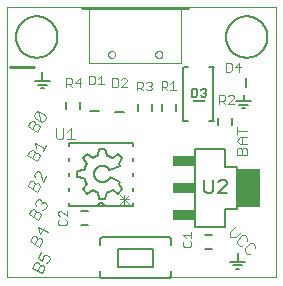
<source format=gto>
G75*
%MOIN*%
%OFA0B0*%
%FSLAX25Y25*%
%IPPOS*%
%LPD*%
%AMOC8*
5,1,8,0,0,1.08239X$1,22.5*
%
%ADD10C,0.00000*%
%ADD11C,0.00300*%
%ADD12C,0.00500*%
%ADD13C,0.01000*%
%ADD14C,0.00600*%
%ADD15R,0.03937X0.00787*%
%ADD16C,0.00800*%
%ADD17C,0.00400*%
%ADD18R,0.07300X0.12600*%
%ADD19R,0.07300X0.03400*%
D10*
X0007800Y0008726D02*
X0007800Y0098727D01*
X0097681Y0098727D01*
X0097681Y0008726D01*
X0007800Y0008726D01*
X0035256Y0079908D02*
X0035256Y0098412D01*
X0041555Y0082861D02*
X0041557Y0082930D01*
X0041563Y0082998D01*
X0041573Y0083066D01*
X0041587Y0083133D01*
X0041605Y0083200D01*
X0041626Y0083265D01*
X0041652Y0083329D01*
X0041681Y0083391D01*
X0041713Y0083451D01*
X0041749Y0083510D01*
X0041789Y0083566D01*
X0041831Y0083620D01*
X0041877Y0083671D01*
X0041926Y0083720D01*
X0041977Y0083766D01*
X0042031Y0083808D01*
X0042087Y0083848D01*
X0042145Y0083884D01*
X0042206Y0083916D01*
X0042268Y0083945D01*
X0042332Y0083971D01*
X0042397Y0083992D01*
X0042464Y0084010D01*
X0042531Y0084024D01*
X0042599Y0084034D01*
X0042667Y0084040D01*
X0042736Y0084042D01*
X0042805Y0084040D01*
X0042873Y0084034D01*
X0042941Y0084024D01*
X0043008Y0084010D01*
X0043075Y0083992D01*
X0043140Y0083971D01*
X0043204Y0083945D01*
X0043266Y0083916D01*
X0043326Y0083884D01*
X0043385Y0083848D01*
X0043441Y0083808D01*
X0043495Y0083766D01*
X0043546Y0083720D01*
X0043595Y0083671D01*
X0043641Y0083620D01*
X0043683Y0083566D01*
X0043723Y0083510D01*
X0043759Y0083451D01*
X0043791Y0083391D01*
X0043820Y0083329D01*
X0043846Y0083265D01*
X0043867Y0083200D01*
X0043885Y0083133D01*
X0043899Y0083066D01*
X0043909Y0082998D01*
X0043915Y0082930D01*
X0043917Y0082861D01*
X0043915Y0082792D01*
X0043909Y0082724D01*
X0043899Y0082656D01*
X0043885Y0082589D01*
X0043867Y0082522D01*
X0043846Y0082457D01*
X0043820Y0082393D01*
X0043791Y0082331D01*
X0043759Y0082270D01*
X0043723Y0082212D01*
X0043683Y0082156D01*
X0043641Y0082102D01*
X0043595Y0082051D01*
X0043546Y0082002D01*
X0043495Y0081956D01*
X0043441Y0081914D01*
X0043385Y0081874D01*
X0043327Y0081838D01*
X0043266Y0081806D01*
X0043204Y0081777D01*
X0043140Y0081751D01*
X0043075Y0081730D01*
X0043008Y0081712D01*
X0042941Y0081698D01*
X0042873Y0081688D01*
X0042805Y0081682D01*
X0042736Y0081680D01*
X0042667Y0081682D01*
X0042599Y0081688D01*
X0042531Y0081698D01*
X0042464Y0081712D01*
X0042397Y0081730D01*
X0042332Y0081751D01*
X0042268Y0081777D01*
X0042206Y0081806D01*
X0042145Y0081838D01*
X0042087Y0081874D01*
X0042031Y0081914D01*
X0041977Y0081956D01*
X0041926Y0082002D01*
X0041877Y0082051D01*
X0041831Y0082102D01*
X0041789Y0082156D01*
X0041749Y0082212D01*
X0041713Y0082270D01*
X0041681Y0082331D01*
X0041652Y0082393D01*
X0041626Y0082457D01*
X0041605Y0082522D01*
X0041587Y0082589D01*
X0041573Y0082656D01*
X0041563Y0082724D01*
X0041557Y0082792D01*
X0041555Y0082861D01*
X0035256Y0079908D02*
X0065964Y0079908D01*
X0065964Y0098412D01*
X0057303Y0082861D02*
X0057305Y0082930D01*
X0057311Y0082998D01*
X0057321Y0083066D01*
X0057335Y0083133D01*
X0057353Y0083200D01*
X0057374Y0083265D01*
X0057400Y0083329D01*
X0057429Y0083391D01*
X0057461Y0083451D01*
X0057497Y0083510D01*
X0057537Y0083566D01*
X0057579Y0083620D01*
X0057625Y0083671D01*
X0057674Y0083720D01*
X0057725Y0083766D01*
X0057779Y0083808D01*
X0057835Y0083848D01*
X0057893Y0083884D01*
X0057954Y0083916D01*
X0058016Y0083945D01*
X0058080Y0083971D01*
X0058145Y0083992D01*
X0058212Y0084010D01*
X0058279Y0084024D01*
X0058347Y0084034D01*
X0058415Y0084040D01*
X0058484Y0084042D01*
X0058553Y0084040D01*
X0058621Y0084034D01*
X0058689Y0084024D01*
X0058756Y0084010D01*
X0058823Y0083992D01*
X0058888Y0083971D01*
X0058952Y0083945D01*
X0059014Y0083916D01*
X0059074Y0083884D01*
X0059133Y0083848D01*
X0059189Y0083808D01*
X0059243Y0083766D01*
X0059294Y0083720D01*
X0059343Y0083671D01*
X0059389Y0083620D01*
X0059431Y0083566D01*
X0059471Y0083510D01*
X0059507Y0083451D01*
X0059539Y0083391D01*
X0059568Y0083329D01*
X0059594Y0083265D01*
X0059615Y0083200D01*
X0059633Y0083133D01*
X0059647Y0083066D01*
X0059657Y0082998D01*
X0059663Y0082930D01*
X0059665Y0082861D01*
X0059663Y0082792D01*
X0059657Y0082724D01*
X0059647Y0082656D01*
X0059633Y0082589D01*
X0059615Y0082522D01*
X0059594Y0082457D01*
X0059568Y0082393D01*
X0059539Y0082331D01*
X0059507Y0082270D01*
X0059471Y0082212D01*
X0059431Y0082156D01*
X0059389Y0082102D01*
X0059343Y0082051D01*
X0059294Y0082002D01*
X0059243Y0081956D01*
X0059189Y0081914D01*
X0059133Y0081874D01*
X0059075Y0081838D01*
X0059014Y0081806D01*
X0058952Y0081777D01*
X0058888Y0081751D01*
X0058823Y0081730D01*
X0058756Y0081712D01*
X0058689Y0081698D01*
X0058621Y0081688D01*
X0058553Y0081682D01*
X0058484Y0081680D01*
X0058415Y0081682D01*
X0058347Y0081688D01*
X0058279Y0081698D01*
X0058212Y0081712D01*
X0058145Y0081730D01*
X0058080Y0081751D01*
X0058016Y0081777D01*
X0057954Y0081806D01*
X0057893Y0081838D01*
X0057835Y0081874D01*
X0057779Y0081914D01*
X0057725Y0081956D01*
X0057674Y0082002D01*
X0057625Y0082051D01*
X0057579Y0082102D01*
X0057537Y0082156D01*
X0057497Y0082212D01*
X0057461Y0082270D01*
X0057429Y0082331D01*
X0057400Y0082393D01*
X0057374Y0082457D01*
X0057353Y0082522D01*
X0057335Y0082589D01*
X0057321Y0082656D01*
X0057311Y0082724D01*
X0057305Y0082792D01*
X0057303Y0082861D01*
D11*
X0059400Y0073978D02*
X0060851Y0073978D01*
X0061335Y0073495D01*
X0061335Y0072527D01*
X0060851Y0072043D01*
X0059400Y0072043D01*
X0059400Y0071076D02*
X0059400Y0073978D01*
X0060367Y0072043D02*
X0061335Y0071076D01*
X0062347Y0071076D02*
X0064281Y0071076D01*
X0063314Y0071076D02*
X0063314Y0073978D01*
X0062347Y0073011D01*
X0056081Y0072811D02*
X0055598Y0072327D01*
X0056081Y0071843D01*
X0056081Y0071360D01*
X0055598Y0070876D01*
X0054630Y0070876D01*
X0054147Y0071360D01*
X0053135Y0070876D02*
X0052167Y0071843D01*
X0052651Y0071843D02*
X0051200Y0071843D01*
X0051200Y0070876D02*
X0051200Y0073778D01*
X0052651Y0073778D01*
X0053135Y0073295D01*
X0053135Y0072327D01*
X0052651Y0071843D01*
X0054147Y0073295D02*
X0054630Y0073778D01*
X0055598Y0073778D01*
X0056081Y0073295D01*
X0056081Y0072811D01*
X0055598Y0072327D02*
X0055114Y0072327D01*
X0047838Y0071976D02*
X0045903Y0071976D01*
X0047838Y0073911D01*
X0047838Y0074395D01*
X0047355Y0074878D01*
X0046387Y0074878D01*
X0045903Y0074395D01*
X0044892Y0074395D02*
X0044408Y0074878D01*
X0042957Y0074878D01*
X0042957Y0071976D01*
X0044408Y0071976D01*
X0044892Y0072460D01*
X0044892Y0074395D01*
X0040131Y0072876D02*
X0038197Y0072876D01*
X0039164Y0072876D02*
X0039164Y0075778D01*
X0038197Y0074811D01*
X0037185Y0075295D02*
X0037185Y0073360D01*
X0036701Y0072876D01*
X0035250Y0072876D01*
X0035250Y0075778D01*
X0036701Y0075778D01*
X0037185Y0075295D01*
X0032538Y0073477D02*
X0030603Y0073477D01*
X0032055Y0074928D01*
X0032055Y0072026D01*
X0029592Y0072026D02*
X0028624Y0072993D01*
X0029108Y0072993D02*
X0027657Y0072993D01*
X0027657Y0072026D02*
X0027657Y0074928D01*
X0029108Y0074928D01*
X0029592Y0074445D01*
X0029592Y0073477D01*
X0029108Y0072993D01*
X0020498Y0062653D02*
X0020724Y0061810D01*
X0020107Y0060741D01*
X0019264Y0060515D01*
X0018360Y0063887D01*
X0020498Y0062653D01*
X0018360Y0063887D02*
X0017517Y0063661D01*
X0016900Y0062592D01*
X0017126Y0061749D01*
X0019264Y0060515D01*
X0018657Y0059463D02*
X0018122Y0059772D01*
X0017279Y0059546D01*
X0016353Y0057942D01*
X0017957Y0057017D02*
X0014750Y0058868D01*
X0015675Y0060472D01*
X0016519Y0060698D01*
X0017053Y0060389D01*
X0017279Y0059546D01*
X0018657Y0059463D02*
X0018882Y0058620D01*
X0017957Y0057017D01*
X0017137Y0053467D02*
X0020344Y0051615D01*
X0019727Y0050546D02*
X0020961Y0052684D01*
X0017589Y0051781D02*
X0017137Y0053467D01*
X0016447Y0051038D02*
X0016982Y0050729D01*
X0017208Y0049886D01*
X0016282Y0048282D01*
X0017885Y0047357D02*
X0014678Y0049208D01*
X0015604Y0050812D01*
X0016447Y0051038D01*
X0017208Y0049886D02*
X0018051Y0050112D01*
X0018585Y0049803D01*
X0018811Y0048960D01*
X0017885Y0047357D01*
X0018345Y0044010D02*
X0017502Y0043784D01*
X0016884Y0042715D01*
X0017110Y0041872D01*
X0016503Y0040820D02*
X0015660Y0040594D01*
X0014734Y0038991D01*
X0017941Y0037139D01*
X0018867Y0038743D01*
X0018641Y0039586D01*
X0018107Y0039894D01*
X0017264Y0039668D01*
X0016338Y0038065D01*
X0017264Y0039668D02*
X0017038Y0040512D01*
X0016503Y0040820D01*
X0019783Y0040329D02*
X0018879Y0043701D01*
X0018345Y0044010D01*
X0021017Y0042467D02*
X0019783Y0040329D01*
X0018688Y0034555D02*
X0017845Y0034329D01*
X0017228Y0033260D01*
X0017453Y0032417D01*
X0016846Y0031365D02*
X0017381Y0031057D01*
X0017607Y0030213D01*
X0016681Y0028610D01*
X0018284Y0027684D02*
X0019210Y0029288D01*
X0018984Y0030131D01*
X0018450Y0030439D01*
X0017607Y0030213D01*
X0016846Y0031365D02*
X0016003Y0031139D01*
X0015077Y0029536D01*
X0018284Y0027684D01*
X0018269Y0025463D02*
X0018947Y0022934D01*
X0020181Y0025072D01*
X0018269Y0025463D02*
X0021476Y0023611D01*
X0019409Y0021265D02*
X0019635Y0020422D01*
X0018709Y0018818D01*
X0015502Y0020670D01*
X0016428Y0022273D01*
X0017271Y0022499D01*
X0017805Y0022191D01*
X0018031Y0021348D01*
X0017105Y0019744D01*
X0018031Y0021348D02*
X0018874Y0021573D01*
X0019409Y0021265D01*
X0019319Y0017094D02*
X0018085Y0014956D01*
X0019689Y0014031D01*
X0019771Y0015408D01*
X0020080Y0015943D01*
X0020923Y0016169D01*
X0021992Y0015551D01*
X0022218Y0014708D01*
X0021601Y0013639D01*
X0020758Y0013413D01*
X0020150Y0012362D02*
X0020376Y0011519D01*
X0019450Y0009915D01*
X0016243Y0011767D01*
X0017169Y0013370D01*
X0018012Y0013596D01*
X0018547Y0013288D01*
X0018773Y0012444D01*
X0017847Y0010841D01*
X0018773Y0012444D02*
X0019616Y0012670D01*
X0020150Y0012362D01*
X0025411Y0025973D02*
X0027346Y0025973D01*
X0027830Y0026457D01*
X0027830Y0027424D01*
X0027346Y0027908D01*
X0027830Y0028919D02*
X0025895Y0030854D01*
X0025411Y0030854D01*
X0024928Y0030371D01*
X0024928Y0029403D01*
X0025411Y0028919D01*
X0025411Y0027908D02*
X0024928Y0027424D01*
X0024928Y0026457D01*
X0025411Y0025973D01*
X0027830Y0028919D02*
X0027830Y0030854D01*
X0021052Y0032477D02*
X0020435Y0031408D01*
X0019591Y0031182D01*
X0019140Y0032869D02*
X0019448Y0033403D01*
X0020291Y0033629D01*
X0020826Y0033320D01*
X0021052Y0032477D01*
X0019448Y0033403D02*
X0019222Y0034246D01*
X0018688Y0034555D01*
X0045414Y0034624D02*
X0048550Y0034624D01*
X0048550Y0036192D02*
X0045414Y0033056D01*
X0046982Y0033056D02*
X0046982Y0036192D01*
X0045414Y0036192D02*
X0048550Y0033056D01*
X0066434Y0022773D02*
X0069336Y0022773D01*
X0069336Y0021806D02*
X0069336Y0023741D01*
X0067401Y0021806D02*
X0066434Y0022773D01*
X0066918Y0020794D02*
X0066434Y0020311D01*
X0066434Y0019343D01*
X0066918Y0018859D01*
X0068853Y0018859D01*
X0069336Y0019343D01*
X0069336Y0020311D01*
X0068853Y0020794D01*
X0082361Y0022109D02*
X0084107Y0022109D01*
X0085853Y0023854D01*
X0086275Y0022559D02*
X0084529Y0020814D01*
X0084529Y0019941D01*
X0085402Y0019068D01*
X0086275Y0019068D01*
X0087134Y0018209D02*
X0087134Y0017336D01*
X0088006Y0016463D01*
X0088879Y0016463D01*
X0087134Y0018209D02*
X0088879Y0019955D01*
X0089752Y0019955D01*
X0090625Y0019082D01*
X0090625Y0018209D01*
X0088021Y0020814D02*
X0088021Y0021686D01*
X0087148Y0022559D01*
X0086275Y0022559D01*
X0084107Y0025600D02*
X0082361Y0023854D01*
X0082361Y0022109D01*
X0084418Y0049531D02*
X0084418Y0051233D01*
X0084986Y0051800D01*
X0085553Y0051800D01*
X0086120Y0051233D01*
X0086120Y0049531D01*
X0087821Y0049531D02*
X0084418Y0049531D01*
X0086120Y0051233D02*
X0086687Y0051800D01*
X0087254Y0051800D01*
X0087821Y0051233D01*
X0087821Y0049531D01*
X0087821Y0052938D02*
X0085553Y0052938D01*
X0084418Y0054072D01*
X0085553Y0055207D01*
X0087821Y0055207D01*
X0086120Y0055207D02*
X0086120Y0052938D01*
X0084418Y0056345D02*
X0084418Y0058614D01*
X0084418Y0057479D02*
X0087821Y0057479D01*
X0083512Y0066526D02*
X0081577Y0066526D01*
X0083512Y0068461D01*
X0083512Y0068945D01*
X0083028Y0069428D01*
X0082060Y0069428D01*
X0081577Y0068945D01*
X0080565Y0068945D02*
X0080565Y0067977D01*
X0080081Y0067493D01*
X0078630Y0067493D01*
X0078630Y0066526D02*
X0078630Y0069428D01*
X0080081Y0069428D01*
X0080565Y0068945D01*
X0079597Y0067493D02*
X0080565Y0066526D01*
X0080856Y0077164D02*
X0082307Y0077164D01*
X0082791Y0077648D01*
X0082791Y0079583D01*
X0082307Y0080067D01*
X0080856Y0080067D01*
X0080856Y0077164D01*
X0083802Y0078616D02*
X0085737Y0078616D01*
X0085253Y0080067D02*
X0085253Y0077164D01*
X0083802Y0078616D02*
X0085253Y0080067D01*
D12*
X0087494Y0074938D02*
X0087494Y0071938D01*
X0086750Y0069296D02*
X0086750Y0067296D01*
X0089250Y0067296D01*
X0088250Y0066096D02*
X0085250Y0066096D01*
X0084250Y0067296D02*
X0086750Y0067296D01*
X0087244Y0064882D02*
X0086244Y0064882D01*
X0076810Y0060836D02*
X0075310Y0060836D01*
X0068310Y0060836D02*
X0066810Y0060836D01*
X0066810Y0078836D02*
X0068310Y0078836D01*
X0075310Y0078836D02*
X0076810Y0078836D01*
X0046800Y0063726D02*
X0043800Y0063726D01*
X0038700Y0064126D02*
X0035700Y0064126D01*
X0022180Y0073946D02*
X0019680Y0073946D01*
X0019680Y0076946D01*
X0019680Y0073946D02*
X0017180Y0073946D01*
X0018180Y0072746D02*
X0021180Y0072746D01*
X0020174Y0071532D02*
X0019174Y0071532D01*
X0039873Y0022016D02*
X0061527Y0022016D01*
X0061527Y0022015D02*
X0061589Y0022013D01*
X0061650Y0022007D01*
X0061711Y0021998D01*
X0061772Y0021984D01*
X0061831Y0021967D01*
X0061889Y0021946D01*
X0061946Y0021921D01*
X0062001Y0021893D01*
X0062054Y0021862D01*
X0062105Y0021827D01*
X0062154Y0021789D01*
X0062201Y0021748D01*
X0062244Y0021705D01*
X0062285Y0021658D01*
X0062323Y0021609D01*
X0062358Y0021558D01*
X0062389Y0021505D01*
X0062417Y0021450D01*
X0062442Y0021393D01*
X0062463Y0021335D01*
X0062480Y0021276D01*
X0062494Y0021215D01*
X0062503Y0021154D01*
X0062509Y0021093D01*
X0062511Y0021031D01*
X0062511Y0019457D01*
X0056606Y0018079D02*
X0056606Y0012173D01*
X0044794Y0012173D01*
X0044794Y0018079D01*
X0056606Y0018079D01*
X0062511Y0010795D02*
X0062511Y0009220D01*
X0062498Y0009154D01*
X0062481Y0009089D01*
X0062461Y0009025D01*
X0062437Y0008962D01*
X0062410Y0008901D01*
X0062379Y0008841D01*
X0062346Y0008783D01*
X0062308Y0008727D01*
X0062268Y0008674D01*
X0062225Y0008622D01*
X0062179Y0008573D01*
X0062130Y0008527D01*
X0062079Y0008484D01*
X0062026Y0008443D01*
X0061970Y0008405D01*
X0061912Y0008371D01*
X0061853Y0008340D01*
X0061792Y0008313D01*
X0061729Y0008288D01*
X0061665Y0008268D01*
X0061600Y0008251D01*
X0061534Y0008238D01*
X0061468Y0008228D01*
X0061401Y0008222D01*
X0061334Y0008220D01*
X0061267Y0008222D01*
X0061200Y0008227D01*
X0061133Y0008236D01*
X0039873Y0008236D01*
X0039811Y0008238D01*
X0039750Y0008244D01*
X0039689Y0008253D01*
X0039628Y0008267D01*
X0039569Y0008284D01*
X0039511Y0008305D01*
X0039454Y0008330D01*
X0039399Y0008358D01*
X0039346Y0008389D01*
X0039295Y0008424D01*
X0039246Y0008462D01*
X0039199Y0008503D01*
X0039156Y0008546D01*
X0039115Y0008593D01*
X0039077Y0008642D01*
X0039042Y0008693D01*
X0039011Y0008746D01*
X0038983Y0008801D01*
X0038958Y0008858D01*
X0038937Y0008916D01*
X0038920Y0008975D01*
X0038906Y0009036D01*
X0038897Y0009097D01*
X0038891Y0009158D01*
X0038889Y0009220D01*
X0038889Y0010795D01*
X0038889Y0019457D02*
X0038889Y0021031D01*
X0038891Y0021093D01*
X0038897Y0021154D01*
X0038906Y0021215D01*
X0038920Y0021276D01*
X0038937Y0021335D01*
X0038958Y0021393D01*
X0038983Y0021450D01*
X0039011Y0021505D01*
X0039042Y0021558D01*
X0039077Y0021609D01*
X0039115Y0021658D01*
X0039156Y0021705D01*
X0039199Y0021748D01*
X0039246Y0021789D01*
X0039295Y0021827D01*
X0039346Y0021862D01*
X0039399Y0021893D01*
X0039454Y0021921D01*
X0039511Y0021946D01*
X0039569Y0021967D01*
X0039628Y0021984D01*
X0039689Y0021998D01*
X0039750Y0022007D01*
X0039811Y0022013D01*
X0039873Y0022015D01*
X0073700Y0037377D02*
X0074451Y0036626D01*
X0075952Y0036626D01*
X0076703Y0037377D01*
X0076703Y0041130D01*
X0078304Y0040379D02*
X0079055Y0041130D01*
X0080556Y0041130D01*
X0081306Y0040379D01*
X0081306Y0039629D01*
X0078304Y0036626D01*
X0081306Y0036626D01*
X0073700Y0037377D02*
X0073700Y0041130D01*
X0084824Y0016739D02*
X0084824Y0013739D01*
X0087324Y0013739D01*
X0086324Y0012539D02*
X0083324Y0012539D01*
X0082324Y0013739D02*
X0084824Y0013739D01*
X0085318Y0011325D02*
X0084318Y0011325D01*
D13*
X0016800Y0078726D02*
X0008800Y0078726D01*
X0032893Y0098215D02*
X0068327Y0098215D01*
D14*
X0066710Y0078861D02*
X0066710Y0060861D01*
X0064162Y0064045D02*
X0064162Y0066407D01*
X0059438Y0066407D02*
X0059438Y0064045D01*
X0056162Y0064045D02*
X0056162Y0066407D01*
X0051438Y0066407D02*
X0051438Y0064045D01*
X0049900Y0053226D02*
X0028700Y0053226D01*
X0028700Y0052226D01*
X0028700Y0048226D02*
X0028700Y0047226D01*
X0031300Y0044026D02*
X0033700Y0044526D01*
X0034400Y0046326D02*
X0033100Y0048326D01*
X0034500Y0049726D01*
X0036400Y0048326D01*
X0038300Y0049226D02*
X0038700Y0051426D01*
X0040700Y0051426D01*
X0041100Y0049226D01*
X0043100Y0048426D02*
X0044900Y0049726D01*
X0046300Y0048326D01*
X0045100Y0046526D01*
X0045500Y0045726D01*
X0042100Y0044326D01*
X0042100Y0041926D02*
X0045500Y0040426D01*
X0045100Y0039726D01*
X0046300Y0037926D01*
X0044900Y0036526D01*
X0043100Y0037726D01*
X0041100Y0036926D02*
X0040700Y0034726D01*
X0038700Y0034726D01*
X0038300Y0037026D01*
X0036400Y0037826D02*
X0034500Y0036526D01*
X0033100Y0037926D01*
X0034400Y0039826D01*
X0033700Y0041626D02*
X0031300Y0042126D01*
X0031300Y0044026D01*
X0028700Y0043226D02*
X0028700Y0042226D01*
X0028700Y0038226D02*
X0028700Y0037226D01*
X0028700Y0033226D02*
X0028700Y0032226D01*
X0038100Y0032226D01*
X0040500Y0032226D01*
X0049900Y0032226D01*
X0049900Y0033226D01*
X0049900Y0037226D02*
X0049900Y0038226D01*
X0049900Y0042226D02*
X0049900Y0043226D01*
X0049900Y0047226D02*
X0049900Y0048226D01*
X0049900Y0052226D02*
X0049900Y0053226D01*
X0038292Y0049244D02*
X0038149Y0049204D01*
X0038007Y0049161D01*
X0037866Y0049114D01*
X0037727Y0049063D01*
X0037589Y0049009D01*
X0037452Y0048952D01*
X0037316Y0048891D01*
X0037183Y0048827D01*
X0037050Y0048760D01*
X0036920Y0048690D01*
X0036791Y0048616D01*
X0036664Y0048539D01*
X0036539Y0048459D01*
X0036416Y0048376D01*
X0042100Y0044326D02*
X0042053Y0044418D01*
X0042002Y0044508D01*
X0041948Y0044596D01*
X0041891Y0044682D01*
X0041831Y0044765D01*
X0041767Y0044847D01*
X0041700Y0044925D01*
X0041631Y0045002D01*
X0041559Y0045075D01*
X0041483Y0045146D01*
X0041406Y0045214D01*
X0041325Y0045279D01*
X0041243Y0045341D01*
X0041158Y0045399D01*
X0041071Y0045455D01*
X0040982Y0045507D01*
X0040891Y0045555D01*
X0040798Y0045601D01*
X0040704Y0045642D01*
X0040608Y0045680D01*
X0040510Y0045715D01*
X0040412Y0045745D01*
X0040312Y0045772D01*
X0040212Y0045796D01*
X0040110Y0045815D01*
X0040008Y0045830D01*
X0039906Y0045842D01*
X0039803Y0045850D01*
X0039700Y0045854D01*
X0039596Y0045853D01*
X0039493Y0045849D01*
X0039390Y0045842D01*
X0039288Y0045830D01*
X0039186Y0045814D01*
X0039084Y0045795D01*
X0038984Y0045771D01*
X0038884Y0045744D01*
X0038786Y0045714D01*
X0038689Y0045679D01*
X0038593Y0045641D01*
X0038498Y0045599D01*
X0038406Y0045554D01*
X0038315Y0045505D01*
X0038226Y0045453D01*
X0038139Y0045397D01*
X0038054Y0045338D01*
X0037971Y0045276D01*
X0037891Y0045211D01*
X0037814Y0045143D01*
X0037739Y0045072D01*
X0037666Y0044999D01*
X0037597Y0044922D01*
X0037530Y0044843D01*
X0037467Y0044762D01*
X0037407Y0044678D01*
X0037350Y0044592D01*
X0037296Y0044504D01*
X0037245Y0044414D01*
X0037198Y0044322D01*
X0037155Y0044229D01*
X0037115Y0044134D01*
X0037079Y0044037D01*
X0037046Y0043939D01*
X0037017Y0043840D01*
X0036992Y0043740D01*
X0036971Y0043639D01*
X0036953Y0043537D01*
X0036940Y0043435D01*
X0036930Y0043332D01*
X0036924Y0043229D01*
X0036922Y0043126D01*
X0036924Y0043023D01*
X0036930Y0042920D01*
X0036940Y0042817D01*
X0036953Y0042715D01*
X0036971Y0042613D01*
X0036992Y0042512D01*
X0037017Y0042412D01*
X0037046Y0042313D01*
X0037079Y0042215D01*
X0037115Y0042118D01*
X0037155Y0042023D01*
X0037198Y0041930D01*
X0037245Y0041838D01*
X0037296Y0041748D01*
X0037350Y0041660D01*
X0037407Y0041574D01*
X0037467Y0041490D01*
X0037530Y0041409D01*
X0037597Y0041330D01*
X0037666Y0041253D01*
X0037739Y0041180D01*
X0037814Y0041109D01*
X0037891Y0041041D01*
X0037971Y0040976D01*
X0038054Y0040914D01*
X0038139Y0040855D01*
X0038226Y0040799D01*
X0038315Y0040747D01*
X0038406Y0040698D01*
X0038498Y0040653D01*
X0038593Y0040611D01*
X0038689Y0040573D01*
X0038786Y0040538D01*
X0038884Y0040508D01*
X0038984Y0040481D01*
X0039084Y0040457D01*
X0039186Y0040438D01*
X0039288Y0040422D01*
X0039390Y0040410D01*
X0039493Y0040403D01*
X0039596Y0040399D01*
X0039700Y0040398D01*
X0039803Y0040402D01*
X0039906Y0040410D01*
X0040008Y0040422D01*
X0040110Y0040437D01*
X0040212Y0040456D01*
X0040312Y0040480D01*
X0040412Y0040507D01*
X0040510Y0040537D01*
X0040608Y0040572D01*
X0040704Y0040610D01*
X0040798Y0040651D01*
X0040891Y0040697D01*
X0040982Y0040745D01*
X0041071Y0040797D01*
X0041158Y0040853D01*
X0041243Y0040911D01*
X0041325Y0040973D01*
X0041406Y0041038D01*
X0041483Y0041106D01*
X0041559Y0041177D01*
X0041631Y0041250D01*
X0041700Y0041327D01*
X0041767Y0041405D01*
X0041831Y0041487D01*
X0041891Y0041570D01*
X0041948Y0041656D01*
X0042002Y0041744D01*
X0042053Y0041834D01*
X0042100Y0041926D01*
X0034442Y0039850D02*
X0034369Y0039977D01*
X0034298Y0040106D01*
X0034230Y0040236D01*
X0034166Y0040368D01*
X0034104Y0040502D01*
X0034046Y0040637D01*
X0033991Y0040773D01*
X0033939Y0040911D01*
X0033890Y0041049D01*
X0033845Y0041189D01*
X0033802Y0041330D01*
X0033764Y0041472D01*
X0033728Y0041614D01*
X0041260Y0036952D02*
X0041406Y0036993D01*
X0041551Y0037037D01*
X0041694Y0037084D01*
X0041837Y0037136D01*
X0041978Y0037190D01*
X0042118Y0037249D01*
X0042257Y0037310D01*
X0042394Y0037375D01*
X0042529Y0037444D01*
X0042662Y0037515D01*
X0042794Y0037590D01*
X0042924Y0037669D01*
X0043052Y0037750D01*
X0038278Y0037008D02*
X0038126Y0037049D01*
X0037974Y0037093D01*
X0037823Y0037141D01*
X0037674Y0037192D01*
X0037526Y0037248D01*
X0037380Y0037307D01*
X0037235Y0037370D01*
X0037091Y0037436D01*
X0036950Y0037506D01*
X0036810Y0037579D01*
X0036672Y0037656D01*
X0036536Y0037737D01*
X0036402Y0037821D01*
X0041092Y0049216D02*
X0041242Y0049182D01*
X0041391Y0049145D01*
X0041539Y0049103D01*
X0041686Y0049059D01*
X0041832Y0049010D01*
X0041977Y0048958D01*
X0042120Y0048903D01*
X0042262Y0048844D01*
X0042403Y0048781D01*
X0042542Y0048715D01*
X0042679Y0048646D01*
X0042814Y0048573D01*
X0042948Y0048497D01*
X0043080Y0048418D01*
X0034400Y0046318D02*
X0034326Y0046189D01*
X0034254Y0046058D01*
X0034186Y0045925D01*
X0034121Y0045791D01*
X0034060Y0045656D01*
X0034001Y0045519D01*
X0033946Y0045380D01*
X0033894Y0045241D01*
X0033846Y0045100D01*
X0033801Y0044958D01*
X0033759Y0044815D01*
X0033721Y0044671D01*
X0033686Y0044526D01*
X0038100Y0032226D02*
X0038102Y0032295D01*
X0038108Y0032363D01*
X0038118Y0032431D01*
X0038131Y0032498D01*
X0038149Y0032564D01*
X0038170Y0032629D01*
X0038195Y0032693D01*
X0038223Y0032755D01*
X0038255Y0032816D01*
X0038290Y0032875D01*
X0038329Y0032931D01*
X0038371Y0032986D01*
X0038416Y0033037D01*
X0038464Y0033087D01*
X0038514Y0033133D01*
X0038567Y0033176D01*
X0038623Y0033217D01*
X0038680Y0033254D01*
X0038740Y0033287D01*
X0038802Y0033318D01*
X0038865Y0033344D01*
X0038929Y0033367D01*
X0038995Y0033387D01*
X0039062Y0033402D01*
X0039129Y0033414D01*
X0039197Y0033422D01*
X0039266Y0033426D01*
X0039334Y0033426D01*
X0039403Y0033422D01*
X0039471Y0033414D01*
X0039538Y0033402D01*
X0039605Y0033387D01*
X0039671Y0033367D01*
X0039735Y0033344D01*
X0039798Y0033318D01*
X0039860Y0033287D01*
X0039920Y0033254D01*
X0039977Y0033217D01*
X0040033Y0033176D01*
X0040086Y0033133D01*
X0040136Y0033087D01*
X0040184Y0033037D01*
X0040229Y0032986D01*
X0040271Y0032931D01*
X0040310Y0032875D01*
X0040345Y0032816D01*
X0040377Y0032755D01*
X0040405Y0032693D01*
X0040430Y0032629D01*
X0040451Y0032564D01*
X0040469Y0032498D01*
X0040482Y0032431D01*
X0040492Y0032363D01*
X0040498Y0032295D01*
X0040500Y0032226D01*
X0040498Y0032295D01*
X0040492Y0032363D01*
X0040482Y0032431D01*
X0040469Y0032498D01*
X0040451Y0032564D01*
X0040430Y0032629D01*
X0040405Y0032693D01*
X0040377Y0032755D01*
X0040345Y0032816D01*
X0040310Y0032875D01*
X0040271Y0032931D01*
X0040229Y0032986D01*
X0040184Y0033037D01*
X0040136Y0033087D01*
X0040086Y0033133D01*
X0040033Y0033176D01*
X0039977Y0033217D01*
X0039920Y0033254D01*
X0039860Y0033287D01*
X0039798Y0033318D01*
X0039735Y0033344D01*
X0039671Y0033367D01*
X0039605Y0033387D01*
X0039538Y0033402D01*
X0039471Y0033414D01*
X0039403Y0033422D01*
X0039334Y0033426D01*
X0039266Y0033426D01*
X0039197Y0033422D01*
X0039129Y0033414D01*
X0039062Y0033402D01*
X0038995Y0033387D01*
X0038929Y0033367D01*
X0038865Y0033344D01*
X0038802Y0033318D01*
X0038740Y0033287D01*
X0038680Y0033254D01*
X0038623Y0033217D01*
X0038567Y0033176D01*
X0038514Y0033133D01*
X0038464Y0033087D01*
X0038416Y0033037D01*
X0038371Y0032986D01*
X0038329Y0032931D01*
X0038290Y0032875D01*
X0038255Y0032816D01*
X0038223Y0032755D01*
X0038195Y0032693D01*
X0038170Y0032629D01*
X0038149Y0032564D01*
X0038131Y0032498D01*
X0038118Y0032431D01*
X0038108Y0032363D01*
X0038102Y0032295D01*
X0038100Y0032226D01*
X0034871Y0030728D02*
X0032509Y0030728D01*
X0032509Y0026004D02*
X0034871Y0026004D01*
X0070700Y0025424D02*
X0070700Y0051228D01*
X0077936Y0051239D01*
X0080448Y0051239D01*
X0080456Y0045413D01*
X0084700Y0045413D01*
X0084708Y0045413D02*
X0084700Y0031330D01*
X0084700Y0031239D01*
X0080456Y0031239D01*
X0080456Y0025413D01*
X0079354Y0025413D01*
X0070700Y0025424D01*
X0073995Y0022852D02*
X0076358Y0022852D01*
X0076358Y0018127D02*
X0073995Y0018127D01*
X0078068Y0059495D02*
X0078068Y0061857D01*
X0076710Y0060861D02*
X0076710Y0078861D01*
X0073825Y0071431D02*
X0074259Y0070997D01*
X0074259Y0070564D01*
X0073825Y0070130D01*
X0074259Y0069696D01*
X0074259Y0069263D01*
X0073825Y0068829D01*
X0072958Y0068829D01*
X0072524Y0069263D01*
X0071312Y0069263D02*
X0071312Y0070997D01*
X0070879Y0071431D01*
X0069578Y0071431D01*
X0069578Y0068829D01*
X0070879Y0068829D01*
X0071312Y0069263D01*
X0072524Y0070997D02*
X0072958Y0071431D01*
X0073825Y0071431D01*
X0073825Y0070130D02*
X0073392Y0070130D01*
X0082792Y0061857D02*
X0082792Y0059495D01*
X0032162Y0064545D02*
X0032162Y0066907D01*
X0027438Y0066907D02*
X0027438Y0064545D01*
D15*
X0071810Y0067258D03*
D16*
X0080910Y0088726D02*
X0080912Y0088895D01*
X0080918Y0089064D01*
X0080929Y0089233D01*
X0080943Y0089401D01*
X0080962Y0089569D01*
X0080985Y0089737D01*
X0081011Y0089904D01*
X0081042Y0090070D01*
X0081077Y0090236D01*
X0081116Y0090400D01*
X0081160Y0090564D01*
X0081207Y0090726D01*
X0081258Y0090887D01*
X0081313Y0091047D01*
X0081372Y0091206D01*
X0081434Y0091363D01*
X0081501Y0091518D01*
X0081572Y0091672D01*
X0081646Y0091824D01*
X0081724Y0091974D01*
X0081805Y0092122D01*
X0081890Y0092268D01*
X0081979Y0092412D01*
X0082071Y0092554D01*
X0082167Y0092693D01*
X0082266Y0092830D01*
X0082368Y0092965D01*
X0082474Y0093097D01*
X0082583Y0093226D01*
X0082695Y0093353D01*
X0082810Y0093477D01*
X0082928Y0093598D01*
X0083049Y0093716D01*
X0083173Y0093831D01*
X0083300Y0093943D01*
X0083429Y0094052D01*
X0083561Y0094158D01*
X0083696Y0094260D01*
X0083833Y0094359D01*
X0083972Y0094455D01*
X0084114Y0094547D01*
X0084258Y0094636D01*
X0084404Y0094721D01*
X0084552Y0094802D01*
X0084702Y0094880D01*
X0084854Y0094954D01*
X0085008Y0095025D01*
X0085163Y0095092D01*
X0085320Y0095154D01*
X0085479Y0095213D01*
X0085639Y0095268D01*
X0085800Y0095319D01*
X0085962Y0095366D01*
X0086126Y0095410D01*
X0086290Y0095449D01*
X0086456Y0095484D01*
X0086622Y0095515D01*
X0086789Y0095541D01*
X0086957Y0095564D01*
X0087125Y0095583D01*
X0087293Y0095597D01*
X0087462Y0095608D01*
X0087631Y0095614D01*
X0087800Y0095616D01*
X0087969Y0095614D01*
X0088138Y0095608D01*
X0088307Y0095597D01*
X0088475Y0095583D01*
X0088643Y0095564D01*
X0088811Y0095541D01*
X0088978Y0095515D01*
X0089144Y0095484D01*
X0089310Y0095449D01*
X0089474Y0095410D01*
X0089638Y0095366D01*
X0089800Y0095319D01*
X0089961Y0095268D01*
X0090121Y0095213D01*
X0090280Y0095154D01*
X0090437Y0095092D01*
X0090592Y0095025D01*
X0090746Y0094954D01*
X0090898Y0094880D01*
X0091048Y0094802D01*
X0091196Y0094721D01*
X0091342Y0094636D01*
X0091486Y0094547D01*
X0091628Y0094455D01*
X0091767Y0094359D01*
X0091904Y0094260D01*
X0092039Y0094158D01*
X0092171Y0094052D01*
X0092300Y0093943D01*
X0092427Y0093831D01*
X0092551Y0093716D01*
X0092672Y0093598D01*
X0092790Y0093477D01*
X0092905Y0093353D01*
X0093017Y0093226D01*
X0093126Y0093097D01*
X0093232Y0092965D01*
X0093334Y0092830D01*
X0093433Y0092693D01*
X0093529Y0092554D01*
X0093621Y0092412D01*
X0093710Y0092268D01*
X0093795Y0092122D01*
X0093876Y0091974D01*
X0093954Y0091824D01*
X0094028Y0091672D01*
X0094099Y0091518D01*
X0094166Y0091363D01*
X0094228Y0091206D01*
X0094287Y0091047D01*
X0094342Y0090887D01*
X0094393Y0090726D01*
X0094440Y0090564D01*
X0094484Y0090400D01*
X0094523Y0090236D01*
X0094558Y0090070D01*
X0094589Y0089904D01*
X0094615Y0089737D01*
X0094638Y0089569D01*
X0094657Y0089401D01*
X0094671Y0089233D01*
X0094682Y0089064D01*
X0094688Y0088895D01*
X0094690Y0088726D01*
X0094688Y0088557D01*
X0094682Y0088388D01*
X0094671Y0088219D01*
X0094657Y0088051D01*
X0094638Y0087883D01*
X0094615Y0087715D01*
X0094589Y0087548D01*
X0094558Y0087382D01*
X0094523Y0087216D01*
X0094484Y0087052D01*
X0094440Y0086888D01*
X0094393Y0086726D01*
X0094342Y0086565D01*
X0094287Y0086405D01*
X0094228Y0086246D01*
X0094166Y0086089D01*
X0094099Y0085934D01*
X0094028Y0085780D01*
X0093954Y0085628D01*
X0093876Y0085478D01*
X0093795Y0085330D01*
X0093710Y0085184D01*
X0093621Y0085040D01*
X0093529Y0084898D01*
X0093433Y0084759D01*
X0093334Y0084622D01*
X0093232Y0084487D01*
X0093126Y0084355D01*
X0093017Y0084226D01*
X0092905Y0084099D01*
X0092790Y0083975D01*
X0092672Y0083854D01*
X0092551Y0083736D01*
X0092427Y0083621D01*
X0092300Y0083509D01*
X0092171Y0083400D01*
X0092039Y0083294D01*
X0091904Y0083192D01*
X0091767Y0083093D01*
X0091628Y0082997D01*
X0091486Y0082905D01*
X0091342Y0082816D01*
X0091196Y0082731D01*
X0091048Y0082650D01*
X0090898Y0082572D01*
X0090746Y0082498D01*
X0090592Y0082427D01*
X0090437Y0082360D01*
X0090280Y0082298D01*
X0090121Y0082239D01*
X0089961Y0082184D01*
X0089800Y0082133D01*
X0089638Y0082086D01*
X0089474Y0082042D01*
X0089310Y0082003D01*
X0089144Y0081968D01*
X0088978Y0081937D01*
X0088811Y0081911D01*
X0088643Y0081888D01*
X0088475Y0081869D01*
X0088307Y0081855D01*
X0088138Y0081844D01*
X0087969Y0081838D01*
X0087800Y0081836D01*
X0087631Y0081838D01*
X0087462Y0081844D01*
X0087293Y0081855D01*
X0087125Y0081869D01*
X0086957Y0081888D01*
X0086789Y0081911D01*
X0086622Y0081937D01*
X0086456Y0081968D01*
X0086290Y0082003D01*
X0086126Y0082042D01*
X0085962Y0082086D01*
X0085800Y0082133D01*
X0085639Y0082184D01*
X0085479Y0082239D01*
X0085320Y0082298D01*
X0085163Y0082360D01*
X0085008Y0082427D01*
X0084854Y0082498D01*
X0084702Y0082572D01*
X0084552Y0082650D01*
X0084404Y0082731D01*
X0084258Y0082816D01*
X0084114Y0082905D01*
X0083972Y0082997D01*
X0083833Y0083093D01*
X0083696Y0083192D01*
X0083561Y0083294D01*
X0083429Y0083400D01*
X0083300Y0083509D01*
X0083173Y0083621D01*
X0083049Y0083736D01*
X0082928Y0083854D01*
X0082810Y0083975D01*
X0082695Y0084099D01*
X0082583Y0084226D01*
X0082474Y0084355D01*
X0082368Y0084487D01*
X0082266Y0084622D01*
X0082167Y0084759D01*
X0082071Y0084898D01*
X0081979Y0085040D01*
X0081890Y0085184D01*
X0081805Y0085330D01*
X0081724Y0085478D01*
X0081646Y0085628D01*
X0081572Y0085780D01*
X0081501Y0085934D01*
X0081434Y0086089D01*
X0081372Y0086246D01*
X0081313Y0086405D01*
X0081258Y0086565D01*
X0081207Y0086726D01*
X0081160Y0086888D01*
X0081116Y0087052D01*
X0081077Y0087216D01*
X0081042Y0087382D01*
X0081011Y0087548D01*
X0080985Y0087715D01*
X0080962Y0087883D01*
X0080943Y0088051D01*
X0080929Y0088219D01*
X0080918Y0088388D01*
X0080912Y0088557D01*
X0080910Y0088726D01*
X0010910Y0088726D02*
X0010912Y0088895D01*
X0010918Y0089064D01*
X0010929Y0089233D01*
X0010943Y0089401D01*
X0010962Y0089569D01*
X0010985Y0089737D01*
X0011011Y0089904D01*
X0011042Y0090070D01*
X0011077Y0090236D01*
X0011116Y0090400D01*
X0011160Y0090564D01*
X0011207Y0090726D01*
X0011258Y0090887D01*
X0011313Y0091047D01*
X0011372Y0091206D01*
X0011434Y0091363D01*
X0011501Y0091518D01*
X0011572Y0091672D01*
X0011646Y0091824D01*
X0011724Y0091974D01*
X0011805Y0092122D01*
X0011890Y0092268D01*
X0011979Y0092412D01*
X0012071Y0092554D01*
X0012167Y0092693D01*
X0012266Y0092830D01*
X0012368Y0092965D01*
X0012474Y0093097D01*
X0012583Y0093226D01*
X0012695Y0093353D01*
X0012810Y0093477D01*
X0012928Y0093598D01*
X0013049Y0093716D01*
X0013173Y0093831D01*
X0013300Y0093943D01*
X0013429Y0094052D01*
X0013561Y0094158D01*
X0013696Y0094260D01*
X0013833Y0094359D01*
X0013972Y0094455D01*
X0014114Y0094547D01*
X0014258Y0094636D01*
X0014404Y0094721D01*
X0014552Y0094802D01*
X0014702Y0094880D01*
X0014854Y0094954D01*
X0015008Y0095025D01*
X0015163Y0095092D01*
X0015320Y0095154D01*
X0015479Y0095213D01*
X0015639Y0095268D01*
X0015800Y0095319D01*
X0015962Y0095366D01*
X0016126Y0095410D01*
X0016290Y0095449D01*
X0016456Y0095484D01*
X0016622Y0095515D01*
X0016789Y0095541D01*
X0016957Y0095564D01*
X0017125Y0095583D01*
X0017293Y0095597D01*
X0017462Y0095608D01*
X0017631Y0095614D01*
X0017800Y0095616D01*
X0017969Y0095614D01*
X0018138Y0095608D01*
X0018307Y0095597D01*
X0018475Y0095583D01*
X0018643Y0095564D01*
X0018811Y0095541D01*
X0018978Y0095515D01*
X0019144Y0095484D01*
X0019310Y0095449D01*
X0019474Y0095410D01*
X0019638Y0095366D01*
X0019800Y0095319D01*
X0019961Y0095268D01*
X0020121Y0095213D01*
X0020280Y0095154D01*
X0020437Y0095092D01*
X0020592Y0095025D01*
X0020746Y0094954D01*
X0020898Y0094880D01*
X0021048Y0094802D01*
X0021196Y0094721D01*
X0021342Y0094636D01*
X0021486Y0094547D01*
X0021628Y0094455D01*
X0021767Y0094359D01*
X0021904Y0094260D01*
X0022039Y0094158D01*
X0022171Y0094052D01*
X0022300Y0093943D01*
X0022427Y0093831D01*
X0022551Y0093716D01*
X0022672Y0093598D01*
X0022790Y0093477D01*
X0022905Y0093353D01*
X0023017Y0093226D01*
X0023126Y0093097D01*
X0023232Y0092965D01*
X0023334Y0092830D01*
X0023433Y0092693D01*
X0023529Y0092554D01*
X0023621Y0092412D01*
X0023710Y0092268D01*
X0023795Y0092122D01*
X0023876Y0091974D01*
X0023954Y0091824D01*
X0024028Y0091672D01*
X0024099Y0091518D01*
X0024166Y0091363D01*
X0024228Y0091206D01*
X0024287Y0091047D01*
X0024342Y0090887D01*
X0024393Y0090726D01*
X0024440Y0090564D01*
X0024484Y0090400D01*
X0024523Y0090236D01*
X0024558Y0090070D01*
X0024589Y0089904D01*
X0024615Y0089737D01*
X0024638Y0089569D01*
X0024657Y0089401D01*
X0024671Y0089233D01*
X0024682Y0089064D01*
X0024688Y0088895D01*
X0024690Y0088726D01*
X0024688Y0088557D01*
X0024682Y0088388D01*
X0024671Y0088219D01*
X0024657Y0088051D01*
X0024638Y0087883D01*
X0024615Y0087715D01*
X0024589Y0087548D01*
X0024558Y0087382D01*
X0024523Y0087216D01*
X0024484Y0087052D01*
X0024440Y0086888D01*
X0024393Y0086726D01*
X0024342Y0086565D01*
X0024287Y0086405D01*
X0024228Y0086246D01*
X0024166Y0086089D01*
X0024099Y0085934D01*
X0024028Y0085780D01*
X0023954Y0085628D01*
X0023876Y0085478D01*
X0023795Y0085330D01*
X0023710Y0085184D01*
X0023621Y0085040D01*
X0023529Y0084898D01*
X0023433Y0084759D01*
X0023334Y0084622D01*
X0023232Y0084487D01*
X0023126Y0084355D01*
X0023017Y0084226D01*
X0022905Y0084099D01*
X0022790Y0083975D01*
X0022672Y0083854D01*
X0022551Y0083736D01*
X0022427Y0083621D01*
X0022300Y0083509D01*
X0022171Y0083400D01*
X0022039Y0083294D01*
X0021904Y0083192D01*
X0021767Y0083093D01*
X0021628Y0082997D01*
X0021486Y0082905D01*
X0021342Y0082816D01*
X0021196Y0082731D01*
X0021048Y0082650D01*
X0020898Y0082572D01*
X0020746Y0082498D01*
X0020592Y0082427D01*
X0020437Y0082360D01*
X0020280Y0082298D01*
X0020121Y0082239D01*
X0019961Y0082184D01*
X0019800Y0082133D01*
X0019638Y0082086D01*
X0019474Y0082042D01*
X0019310Y0082003D01*
X0019144Y0081968D01*
X0018978Y0081937D01*
X0018811Y0081911D01*
X0018643Y0081888D01*
X0018475Y0081869D01*
X0018307Y0081855D01*
X0018138Y0081844D01*
X0017969Y0081838D01*
X0017800Y0081836D01*
X0017631Y0081838D01*
X0017462Y0081844D01*
X0017293Y0081855D01*
X0017125Y0081869D01*
X0016957Y0081888D01*
X0016789Y0081911D01*
X0016622Y0081937D01*
X0016456Y0081968D01*
X0016290Y0082003D01*
X0016126Y0082042D01*
X0015962Y0082086D01*
X0015800Y0082133D01*
X0015639Y0082184D01*
X0015479Y0082239D01*
X0015320Y0082298D01*
X0015163Y0082360D01*
X0015008Y0082427D01*
X0014854Y0082498D01*
X0014702Y0082572D01*
X0014552Y0082650D01*
X0014404Y0082731D01*
X0014258Y0082816D01*
X0014114Y0082905D01*
X0013972Y0082997D01*
X0013833Y0083093D01*
X0013696Y0083192D01*
X0013561Y0083294D01*
X0013429Y0083400D01*
X0013300Y0083509D01*
X0013173Y0083621D01*
X0013049Y0083736D01*
X0012928Y0083854D01*
X0012810Y0083975D01*
X0012695Y0084099D01*
X0012583Y0084226D01*
X0012474Y0084355D01*
X0012368Y0084487D01*
X0012266Y0084622D01*
X0012167Y0084759D01*
X0012071Y0084898D01*
X0011979Y0085040D01*
X0011890Y0085184D01*
X0011805Y0085330D01*
X0011724Y0085478D01*
X0011646Y0085628D01*
X0011572Y0085780D01*
X0011501Y0085934D01*
X0011434Y0086089D01*
X0011372Y0086246D01*
X0011313Y0086405D01*
X0011258Y0086565D01*
X0011207Y0086726D01*
X0011160Y0086888D01*
X0011116Y0087052D01*
X0011077Y0087216D01*
X0011042Y0087382D01*
X0011011Y0087548D01*
X0010985Y0087715D01*
X0010962Y0087883D01*
X0010943Y0088051D01*
X0010929Y0088219D01*
X0010918Y0088388D01*
X0010912Y0088557D01*
X0010910Y0088726D01*
D17*
X0024300Y0058329D02*
X0024300Y0055326D01*
X0024901Y0054726D01*
X0026102Y0054726D01*
X0026702Y0055326D01*
X0026702Y0058329D01*
X0027983Y0057128D02*
X0029184Y0058329D01*
X0029184Y0054726D01*
X0027983Y0054726D02*
X0030385Y0054726D01*
D18*
X0088450Y0038326D03*
D19*
X0066950Y0038326D03*
X0066950Y0029226D03*
X0066950Y0047426D03*
M02*

</source>
